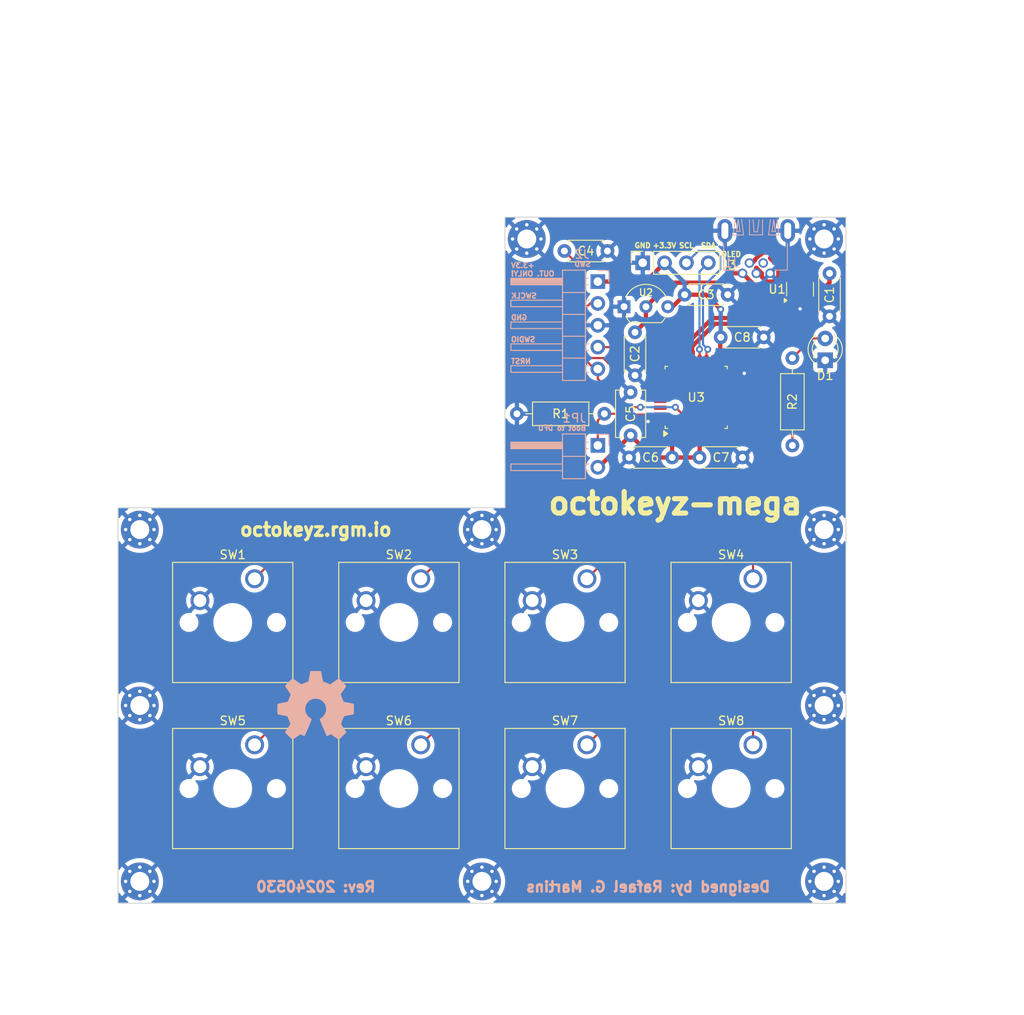
<source format=kicad_pcb>
(kicad_pcb (version 20241229) (generator "pcbnew") (generator_version "9.0")
  (title_block (title "octokeyz-mega") (date "2024-05-30") (rev "20240530") (comment 3 "Released under CERN Open Hardware Licence Version 2 - Strongly Reciprocal") (comment 4 "Designed by: Rafael G. Martins"))
  (layers (0 "F.Cu" signal) (2 "B.Cu" signal) (13 "F.Paste" user) (15 "B.Paste" user) (5 "F.SilkS" user "F.Silkscreen") (7 "B.SilkS" user "B.Silkscreen") (1 "F.Mask" user) (3 "B.Mask" user) (25 "Edge.Cuts" user))
  (net 0 "")
  (net 1 "GND")
  (net 2 "+3.3V")
  (net 3 "RESET")
  (net 4 "+5V")
  (net 5 "SWCLK")
  (net 6 "SWDIO")
  (net 7 "/USB_CONN_D-")
  (net 8 "/USB_CONN_D+")
  (net 10 "I2C_SCL")
  (net 11 "I2C_SDA")
  (net 12 "Net-(JP1-A)")
  (net 13 "KEY1")
  (net 14 "KEY2")
  (net 15 "KEY3")
  (net 16 "KEY4")
  (net 17 "KEY5")
  (net 18 "KEY6")
  (net 19 "KEY7")
  (net 20 "KEY8")
  (net 23 "LED")
  (net 26 "USB_D-")
  (net 27 "USB_D+")
  (net 34 "Net-(D1-A)")
  (footprint "LED_THT:LED_D3.0mm" (layer "F.Cu") (at 191.643 76.586 90)
    (property "Reference" "D1")
    (property "Value" "LED Green 3mm")
  )
  (footprint "octokeyz:R_YAGEO_MFR-25FTE52_Horizontal" (layer "F.Cu") (at 187.833 86.487 90)
    (property "Reference" "R2")
    (property "Value" "10k")
  )
  (footprint "octokeyz:SW_Cherry_MX_1.00u_PCB" (layer "F.Cu") (at 144.653 121.285)
    (property "Reference" "SW6")
    (property "Value" "Gateron KS-3")
  )
  (footprint "MountingHole:MountingHole_2.2mm_M2_Pad_Via" (layer "F.Cu") (at 191.516 116.713)
    (property "Reference" "H7" (hide yes))
    (property "Value" "MountingHole_Pad")
  )
  (footprint "octokeyz:SW_Cherry_MX_1.00u_PCB" (layer "F.Cu") (at 183.261 121.285)
    (property "Reference" "SW8")
    (property "Value" "Gateron KS-3")
  )
  (footprint "octokeyz:SW_Cherry_MX_1.00u_PCB" (layer "F.Cu") (at 125.349 101.981)
    (property "Reference" "SW1")
    (property "Value" "Gateron KS-3")
  )
  (footprint "octokeyz:SW_Cherry_MX_1.00u_PCB" (layer "F.Cu") (at 163.957 121.285)
    (property "Reference" "SW7")
    (property "Value" "Gateron KS-3")
  )
  (footprint "MountingHole:MountingHole_2.2mm_M2_Pad_Via" (layer "F.Cu") (at 191.516 96.266)
    (property "Reference" "H5" (hide yes))
    (property "Value" "MountingHole_Pad")
  )
  (footprint "octokeyz:C_TDK_FA28" (layer "F.Cu") (at 166.3446 63.881 180)
    (property "Reference" "C4")
    (property "Value" "100n")
  )
  (footprint "octokeyz:R_YAGEO_MFR-25FTE52_Horizontal" (layer "F.Cu") (at 165.989 82.804 180)
    (property "Reference" "R1")
    (property "Value" "10k")
  )
  (footprint "octokeyz:C_TDK_FA28" (layer "F.Cu") (at 180.3146 68.961 180)
    (property "Reference" "C3")
    (property "Value" "1u")
  )
  (footprint "octokeyz:SW_Cherry_MX_1.00u_PCB" (layer "F.Cu") (at 163.957 101.981)
    (property "Reference" "SW3")
    (property "Value" "Gateron KS-3")
  )
  (footprint "Connector_PinSocket_2.54mm:PinSocket_1x04_P2.54mm_Vertical" (layer "F.Cu") (at 170.444 65.253 90)
    (property "Reference" "J3")
    (property "Value" "PIN S 4P")
  )
  (footprint "octokeyz:C_TDK_FA28" (layer "F.Cu") (at 182.038 87.884 180)
    (property "Reference" "C7")
    (property "Value" "100n")
  )
  (footprint "MountingHole:MountingHole_2.2mm_M2_Pad_Via" (layer "F.Cu") (at 191.516 137.16)
    (property "Reference" "H10" (hide yes))
    (property "Value" "MountingHole_Pad")
  )
  (footprint "octokeyz:C_TDK_FA26" (layer "F.Cu") (at 169.037 80.304 -90)
    (property "Reference" "C5")
    (property "Value" "10u")
  )
  (footprint "octokeyz:SW_Cherry_MX_1.00u_PCB" (layer "F.Cu") (at 125.349 121.285)
    (property "Reference" "SW5")
    (property "Value" "Gateron KS-3")
  )
  (footprint "octokeyz:C_TDK_FA28" (layer "F.Cu") (at 184.5056 73.914 180)
    (property "Reference" "C8")
    (property "Value" "100n")
  )
  (footprint "octokeyz:SW_Cherry_MX_1.00u_PCB" (layer "F.Cu") (at 144.653 101.981)
    (property "Reference" "SW2")
    (property "Value" "Gateron KS-3")
  )
  (footprint "MountingHole:MountingHole_2.2mm_M2_Pad_Via" (layer "F.Cu") (at 151.765 137.16)
    (property "Reference" "H9" (hide yes))
    (property "Value" "MountingHole_Pad")
  )
  (footprint "MountingHole:MountingHole_2.2mm_M2_Pad_Via" (layer "F.Cu") (at 112.014 137.16)
    (property "Reference" "H8" (hide yes))
    (property "Value" "MountingHole_Pad")
  )
  (footprint "octokeyz:C_TDK_FA28" (layer "F.Cu") (at 169.545 78.3336 90)
    (property "Reference" "C2")
    (property "Value" "1u")
  )
  (footprint "MountingHole:MountingHole_2.2mm_M2_Pad_Via" (layer "F.Cu") (at 112.014 116.713)
    (property "Reference" "H6" (hide yes))
    (property "Value" "MountingHole_Pad")
  )
  (footprint "MountingHole:MountingHole_2.2mm_M2_Pad_Via" (layer "F.Cu") (at 151.765 96.266)
    (property "Reference" "H4" (hide yes))
    (property "Value" "MountingHole_Pad")
  )
  (footprint "Package_QFP:LQFP-32_7x7mm_P0.8mm" (layer "F.Cu") (at 176.657 80.899 90)
    (property "Reference" "U3")
    (property "Value" "STM32F042K4T6 or STM32F042K6T6")
  )
  (footprint "MountingHole:MountingHole_2.2mm_M2_Pad_Via" (layer "F.Cu") (at 112.014 96.266)
    (property "Reference" "H3" (hide yes))
    (property "Value" "MountingHole_Pad")
  )
  (footprint "Package_TO_SOT_THT:TO-92_Inline_Wide" (layer "F.Cu") (at 168.275 70.358)
    (property "Reference" "U2")
    (property "Value" "MCP1700-3302E")
  )
  (footprint "octokeyz:C_TDK_FA28" (layer "F.Cu") (at 192.151 71.4756 90)
    (property "Reference" "C1")
    (property "Value" "100n")
  )
  (footprint "MountingHole:MountingHole_2.2mm_M2_Pad_Via" (layer "F.Cu") (at 156.972 62.484)
    (property "Reference" "H1" (hide yes))
    (property "Value" "MountingHole_Pad")
  )
  (footprint "MountingHole:MountingHole_2.2mm_M2_Pad_Via" (layer "F.Cu") (at 191.516 62.484)
    (property "Reference" "H2" (hide yes))
    (property "Value" "MountingHole_Pad")
  )
  (footprint "octokeyz:SW_Cherry_MX_1.00u_PCB" (layer "F.Cu") (at 183.261 101.981)
    (property "Reference" "SW4")
    (property "Value" "Gateron KS-3")
  )
  (footprint "Package_TO_SOT_SMD:SOT-23-6" (layer "F.Cu") (at 188.722 68.326 90)
    (property "Reference" "U1")
    (property "Value" "USBLC6-2SC6")
  )
  (footprint "octokeyz:C_TDK_FA28" (layer "F.Cu") (at 168.863 87.884)
    (property "Reference" "C6")
    (property "Value" "100n")
  )
  (footprint "Connector_PinHeader_2.54mm:PinHeader_1x05_P2.54mm_Horizontal" (layer "B.Cu") (at 165.227 67.437 180)
    (property "Reference" "J2")
    (property "Value" "PIN H 5P")
  )
  (footprint "Symbol:OSHW-Symbol_8.9x8mm_SilkScreen" (layer "B.Cu") (at 132.461 116.713 180)
    (property "Reference" "REF**" (hide yes))
    (property "Value" "OSHW-Symbol_8.9x8mm_SilkScreen" (hide yes))
  )
  (footprint "Connector_PinHeader_2.54mm:PinHeader_1x02_P2.54mm_Horizontal" (layer "B.Cu") (at 165.227 86.482 180)
    (property "Reference" "JP1")
    (property "Value" "BOOT")
  )
  (footprint "octokeyz:USB_Mini-B_PTH" (layer "B.Cu") (at 182.042 66.476)
    (property "Reference" "J1")
    (property "Value" "USB_B_Mini" (hide yes))
  )
  (gr_line (start 154.432 59.944) (end 154.432 93.726) (stroke (width 0.1)) (layer "Edge.Cuts"))
  (gr_line (start 109.474 139.7) (end 194.056 139.7) (stroke (width 0.1)) (layer "Edge.Cuts"))
  (gr_line (start 109.474 93.726) (end 154.432 93.726) (stroke (width 0.1)) (layer "Edge.Cuts"))
  (gr_line (start 194.056 139.7) (end 194.056 59.944) (stroke (width 0.1)) (layer "Edge.Cuts"))
  (gr_line (start 194.056 59.944) (end 154.432 59.944) (stroke (width 0.1)) (layer "Edge.Cuts"))
  (gr_line (start 109.474 93.726) (end 109.474 139.7) (stroke (width 0.1)) (layer "Edge.Cuts"))
  (gr_text "OLED" (at 180.721 64.262 0) (layer "F.SilkS") (effects (font (size 0.6 0.6))))
  (gr_text "SCL" (at 175.514 63.246 0) (layer "F.SilkS") (effects (font (size 0.6 0.6))))
  (gr_text "GND" (at 170.434 63.246 0) (layer "F.SilkS") (effects (font (size 0.6 0.6))))
  (gr_text "octokeyz.rgm.io" (at 132.461 96.266 0) (layer "F.SilkS") (effects (font (size 1.5 1.5) (thickness 0.375) (bold yes))))
  (gr_text "octokeyz-mega" (at 174.244 93.218 0) (layer "F.SilkS") (effects (font (size 2.5 2.5) (thickness 0.6) (bold yes))))
  (gr_text "+3.3V" (at 172.974 63.246 0) (layer "F.SilkS") (effects (font (size 0.6 0.6))))
  (gr_text "SDA" (at 178.054 63.246 0) (layer "F.SilkS") (effects (font (size 0.6 0.6))))
  (gr_text "Boot to DFU" (at 163.957 84.455 0) (layer "B.SilkS") (effects (font (size 0.6 0.6)) (justify left mirror)))
  (gr_text "SWCLK" (at 155.067 69.088 0) (layer "B.SilkS") (effects (font (size 0.6 0.6)) (justify right mirror)))
  (gr_text "SWDIO" (at 155.067 74.168 0) (layer "B.SilkS") (effects (font (size 0.6 0.6)) (justify right mirror)))
  (gr_text "+3.3V\nOUT. ONLY!" (at 155.067 66.04 0) (layer "B.SilkS") (effects (font (size 0.6 0.6)) (justify right mirror)))
  (gr_text "Rev: ${REVISION}" (at 132.461 137.795 0) (layer "B.SilkS") (effects (font (size 1.2 1.2) (thickness 0.3) (bold yes)) (justify mirror)))
  (gr_text "${COMMENT4}" (at 171.069 137.795 0) (layer "B.SilkS") (effects (font (size 1.2 1.2) (thickness 0.3) (bold yes)) (justify mirror)))
  (gr_text "SWD" (at 162.433 65.405 0) (layer "B.SilkS") (effects (font (size 0.6 0.6)) (justify right mirror)))
  (gr_text "NRST" (at 155.067 76.708 0) (layer "B.SilkS") (effects (font (size 0.6 0.6)) (justify right mirror)))
  (gr_text "GND" (at 155.067 71.628 0) (layer "B.SilkS") (effects (font (size 0.6 0.6)) (justify right mirror)))
  (segment (start 182.239 78.099) (end 182.245 78.105) (width 0.5) (layer "F.Cu") (net 1))
  (segment (start 180.832 78.099) (end 182.239 78.099) (width 0.5) (layer "F.Cu") (net 1))
  (segment (start 171.069 83.699) (end 172.482 83.699) (width 0.5) (layer "F.Cu") (net 1))
  (segment (start 188.722 69.4635) (end 188.722 70.612) (width 0.5) (layer "F.Cu") (net 1))
  (via (at 188.722 70.612) (size 0.8) (drill 0.4) (layers "F.Cu" "B.Cu") (net 1))
  (via (at 171.069 83.699) (size 0.8) (drill 0.4) (layers "F.Cu" "B.Cu") (net 1))
  (via (at 182.245 78.105) (size 0.8) (drill 0.4) (layers "F.Cu" "B.Cu") (net 1))
  (segment (start 173.355 70.358) (end 173.9176 70.358) (width 0.5) (layer "F.Cu") (net 2))
  (segment (start 179.457 76.724) (end 179.457 81.401) (width 0.5) (layer "F.Cu") (net 2))
  (segment (start 175.3146 68.961) (end 177.8 68.961) (width 0.5) (layer "F.Cu") (net 2))
  (segment (start 177.057 87.865) (end 177.038 87.884) (width 0.5) (layer "F.Cu") (net 2))
  (segment (start 177.057 83.801) (end 177.057 85.074) (width 0.5) (layer "F.Cu") (net 2))
  (segment (start 179.457 76.724) (end 179.457 73.9626) (width 0.5) (layer "F.Cu") (net 2))
  (segment (start 179.457 81.401) (end 177.057 83.801) (width 0.5) (layer "F.Cu") (net 2))
  (segment (start 173.9176 70.358) (end 175.3146 68.961) (width 0.5) (layer "F.Cu") (net 2))
  (segment (start 173.857 87.878) (end 173.863 87.884) (width 0.5) (layer "F.Cu") (net 2))
  (segment (start 172.984 65.253) (end 170.8 67.437) (width 0.5) (layer "F.Cu") (net 2))
  (segment (start 177.8 68.961) (end 179.5056 70.6666) (width 0.5) (layer "F.Cu") (net 2))
  (segment (start 177.038 87.884) (end 173.863 87.884) (width 0.5) (layer "F.Cu") (net 2))
  (segment (start 177.057 85.074) (end 177.057 87.865) (width 0.5) (layer "F.Cu") (net 2))
  (segment (start 170.8 67.437) (end 165.227 67.437) (width 0.5) (layer "F.Cu") (net 2))
  (segment (start 165.319 89.022) (end 165.227 89.022) (width 0.5) (layer "F.Cu") (net 2))
  (segment (start 173.857 85.074) (end 173.857 87.878) (width 0.5) (layer "F.Cu") (net 2))
  (segment (start 173.863 87.884) (end 171.617 87.884) (width 0.5) (layer "F.Cu") (net 2))
  (segment (start 171.617 87.884) (end 169.037 85.304) (width 0.5) (layer "F.Cu") (net 2))
  (segment (start 179.457 73.9626) (end 179.5056 73.914) (width 0.5) (layer "F.Cu") (net 2))
  (segment (start 169.037 85.304) (end 165.319 89.022) (width 0.5) (layer "F.Cu") (net 2))
  (via (at 179.5056 70.6666) (size 0.8) (drill 0.4) (layers "F.Cu" "B.Cu") (net 2))
  (segment (start 175.3146 68.961) (end 175.3146 67.5836) (width 0.5) (layer "B.Cu") (net 2))
  (segment (start 175.3146 67.5836) (end 172.984 65.253) (width 0.5) (layer "B.Cu") (net 2))
  (segment (start 179.5056 70.6666) (end 179.5056 73.914) (width 0.5) (layer "B.Cu") (net 2))
  (segment (start 163.165999 75.916999) (end 163.165999 65.702399) (width 0.25) (layer "F.Cu") (net 3))
  (segment (start 165.227 77.597) (end 164.846 77.597) (width 0.25) (layer "F.Cu") (net 3))
  (segment (start 176.257 85.074) (end 176.257 84.055) (width 0.25) (layer "F.Cu") (net 3))
  (segment (start 165.227 78.232) (end 164.901172 78.232) (width 0.25) (layer "F.Cu") (net 3))
  (segment (start 164.846 77.597) (end 163.165999 75.916999) (width 0.25) (layer "F.Cu") (net 3))
  (segment (start 165.227 78.232) (end 165.227 77.597) (width 0.25) (layer "F.Cu") (net 3))
  (segment (start 176.257 84.055) (end 174.244 82.042) (width 0.25) (layer "F.Cu") (net 3))
  (segment (start 170.18 82.042) (end 168.529 82.042) (width 0.25) (layer "F.Cu") (net 3))
  (segment (start 168.529 82.042) (end 165.227 78.74) (width 0.25) (layer "F.Cu") (net 3))
  (segment (start 165.227 78.74) (end 165.227 78.232) (width 0.25) (layer "F.Cu") (net 3))
  (segment (start 163.165999 65.702399) (end 161.3446 63.881) (width 0.25) (layer "F.Cu") (net 3))
  (via (at 174.244 82.042) (size 0.8) (drill 0.4) (layers "F.Cu" "B.Cu") (net 3))
  (via (at 170.18 82.042) (size 0.8) (drill 0.4) (layers "F.Cu" "B.Cu") (net 3))
  (segment (start 174.244 82.042) (end 170.18 82.042) (width 0.25) (layer "B.Cu") (net 3))
  (segment (start 170.815 70.358) (end 170.815 72.0636) (width 0.5) (layer "F.Cu") (net 4))
  (segment (start 179.451 67.564) (end 173.609 67.564) (width 0.5) (layer "F.Cu") (net 4))
  (segment (start 183.892 68.326) (end 182.042 66.476) (width 0.5) (layer "F.Cu") (net 4))
  (segment (start 188.722 67.850999) (end 188.246999 68.326) (width 0.5) (layer "F.Cu") (net 4))
  (segment (start 191.389 68.326) (end 192.151 67.564) (width 0.5) (layer "F.Cu") (net 4))
  (segment (start 192.151 67.564) (end 192.151 66.4756) (width 0.5) (layer "F.Cu") (net 4))
  (segment (start 189.23 68.326) (end 191.389 68.326) (width 0.5) (layer "F.Cu") (net 4))
  (segment (start 170.815 72.0636) (end 169.545 73.3336) (width 0.5) (layer "F.Cu") (net 4))
  (segment (start 188.246999 68.326) (end 183.892 68.326) (width 0.5) (layer "F.Cu") (net 4))
  (segment (start 180.539 66.476) (end 179.451 67.564) (width 0.5) (layer "F.Cu") (net 4))
  (segment (start 188.722 67.1885) (end 188.722 67.818) (width 0.5) (layer "F.Cu") (net 4))
  (segment (start 188.722 67.1885) (end 188.722 67.850999) (width 0.5) (layer "F.Cu") (net 4))
  (segment (start 173.609 67.564) (end 170.815 70.358) (width 0.5) (layer "F.Cu") (net 4))
  (segment (start 182.042 66.476) (end 180.539 66.476) (width 0.5) (layer "F.Cu") (net 4))
  (segment (start 188.722 67.818) (end 189.23 68.326) (width 0.5) (layer "F.Cu") (net 4))
  (segment (start 167.894 76.962) (end 166.497 76.962) (width 0.25) (layer "F.Cu") (net 5))
  (segment (start 163.576 70.739) (end 164.338 69.977) (width 0.25) (layer "F.Cu") (net 5))
  (segment (start 165.862 76.327) (end 164.155828 76.327) (width 0.25) (layer "F.Cu") (net 5))
  (segment (start 169.545 75.311) (end 167.894 76.962) (width 0.25) (layer "F.Cu") (net 5))
  (segment (start 173.609 75.311) (end 169.545 75.311) (width 0.25) (layer "F.Cu") (net 5))
  (segment (start 164.338 69.977) (end 165.227 69.977) (width 0.25) (layer "F.Cu") (net 5))
  (segment (start 173.857 75.559) (end 173.609 75.311) (width 0.25) (layer "F.Cu") (net 5))
  (segment (start 166.497 76.962) (end 165.862 76.327) (width 0.25) (layer "F.Cu") (net 5))
  (segment (start 163.576 75.747172) (end 163.576 70.739) (width 0.25) (layer "F.Cu") (net 5))
  (segment (start 164.155828 76.327) (end 163.576 75.747172) (width 0.25) (layer "F.Cu") (net 5))
  (segment (start 173.857 76.724) (end 173.857 75.559) (width 0.25) (layer "F.Cu") (net 5))
  (segment (start 169.219172 75.057) (end 165.227 75.057) (width 0.25) (layer "F.Cu") (net 6))
  (segment (start 174.657 76.724) (end 174.657 75.779172) (width 0.25) (layer "F.Cu") (net 6))
  (segment (start 173.778828 74.901) (end 169.375172 74.901) (width 0.25) (layer "F.Cu") (net 6))
  (segment (start 169.375172 74.901) (end 169.219172 75.057) (width 0.25) (layer "F.Cu") (net 6))
  (segment (start 174.657 75.779172) (end 173.778828 74.901) (width 0.25) (layer "F.Cu") (net 6))
  (segment (start 187.969692 64.059) (end 189.052 65.141308) (width 0.5) (layer "F.Cu") (net 7))
  (segment (start 184.044354 64.316) (end 184.135309 64.316) (width 0.5) (layer "F.Cu") (net 7))
  (segment (start 189.052 65.574749) (end 189.672 66.194749) (width 0.5) (layer "F.Cu") (net 7))
  (segment (start 189.672 66.194749) (end 189.672 67.1885) (width 0.5) (layer "F.Cu") (net 7))
  (segment (start 183.482 64.969309) (end 183.482 64.878354) (width 0.5) (layer "F.Cu") (net 7))
  (segment (start 183.175309 65.276) (end 183.482 64.969309) (width 0.5) (layer "F.Cu") (net 7))
  (segment (start 182.842 65.276) (end 183.175309 65.276) (width 0.5) (layer "F.Cu") (net 7))
  (segment (start 184.392309 64.059) (end 187.969692 64.059) (width 0.5) (layer "F.Cu") (net 7))
  (segment (start 184.135309 64.316) (end 184.392309 64.059) (width 0.5) (layer "F.Cu") (net 7))
  (segment (start 183.482 64.878354) (end 184.044354 64.316) (width 0.5) (layer "F.Cu") (net 7))
  (segment (start 189.052 65.141308) (end 189.052 65.574749) (width 0.5) (layer "F.Cu") (net 7))
  (segment (start 184.282 66.873646) (end 184.844354 67.436) (width 0.5) (layer "F.Cu") (net 8))
  (segment (start 184.844354 67.436) (end 185.639646 67.436) (width 0.5) (layer "F.Cu") (net 8))
  (segment (start 188.392 65.414692) (end 188.392 65.574749) (width 0.5) (layer "F.Cu") (net 8))
  (segment (start 186.202 65.678354) (end 185.242646 64.719) (width 0.5) (layer "F.Cu") (net 8))
  (segment (start 187.772 66.194749) (end 187.772 67.1885) (width 0.5) (layer "F.Cu") (net 8))
  (segment (start 186.202 66.873646) (end 186.202 65.678354) (width 0.5) (layer "F.Cu") (net 8))
  (segment (start 187.696308 64.719) (end 188.392 65.414692) (width 0.5) (layer "F.Cu") (net 8))
  (segment (start 183.642 66.476) (end 183.642 65.833646) (width 0.5) (layer "F.Cu") (net 8))
  (segment (start 185.242646 64.719) (end 187.696308 64.719) (width 0.5) (layer "F.Cu") (net 8))
  (segment (start 188.392 65.574749) (end 187.772 66.194749) (width 0.5) (layer "F.Cu") (net 8))
  (segment (start 185.639646 67.436) (end 186.202 66.873646) (width 0.5) (layer "F.Cu") (net 8))
  (segment (start 183.642 65.833646) (end 184.282 66.473646) (width 0.5) (layer "F.Cu") (net 8))
  (segment (start 184.282 66.473646) (end 184.282 66.873646) (width 0.5) (layer "F.Cu") (net 8))
  (segment (start 177.857 75.452003) (end 177.998003 75.311) (width 0.25) (layer "F.Cu") (net 10))
  (segment (start 177.857 76.724) (end 177.857 75.452003) (width 0.25) (layer "F.Cu") (net 10))
  (via (at 177.998003 75.311) (size 0.8) (drill 0.4) (layers "F.Cu" "B.Cu") (net 10))
  (segment (start 177.998003 75.302266) (end 177.448 74.752263) (width 0.25) (layer "B.Cu") (net 10))
  (segment (start 178.816 63.881) (end 176.896 63.881) (width 0.25) (layer "B.Cu") (net 10))
  (segment (start 179.451 66.04) (end 179.451 64.516) (width 0.25) (layer "B.Cu") (net 10))
  (segment (start 177.448 74.752263) (end 177.448 68.043) (width 0.25) (layer "B.Cu") (net 10))
  (segment (start 176.896 63.881) (end 175.524 65.253) (width 0.25) (layer "B.Cu") (net 10))
  (segment (start 177.998003 75.311) (end 177.998003 75.302266) (width 0.25) (layer "B.Cu") (net 10))
  (segment (start 179.451 64.516) (end 178.816 63.881) (width 0.25) (layer "B.Cu") (net 10))
  (segment (start 177.448 68.043) (end 179.451 66.04) (width 0.25) (layer "B.Cu") (net 10))
  (segment (start 177.057 76.724) (end 177.057 75.33) (width 0.25) (layer "F.Cu") (net 11))
  (segment (start 177.057 75.33) (end 177.038 75.311) (width 0.25) (layer "F.Cu") (net 11))
  (via (at 177.038 75.311) (size 0.8) (drill 0.4) (layers "F.Cu" "B.Cu") (net 11))
  (segment (start 177.038 66.279) (end 178.064 65.253) (width 0.25) (layer "B.Cu") (net 11))
  (segment (start 177.038 75.311) (end 177.038 66.279) (width 0.25) (layer "B.Cu") (net 11))
  (segment (start 165.227 86.482) (end 165.227 83.566) (width 0.25) (layer "F.Cu") (net 12))
  (segment (start 168.497 82.899) (end 168.402 82.804) (width 0.25) (layer "F.Cu") (net 12))
  (segment (start 172.482 82.899) (end 168.497 82.899) (width 0.25) (layer "F.Cu") (net 12))
  (segment (start 168.402 82.804) (end 165.989 82.804) (width 0.25) (layer "F.Cu") (net 12))
  (segment (start 165.227 83.566) (end 165.989 82.804) (width 0.25) (layer "F.Cu") (net 12))
  (segment (start 177.857 85.074) (end 177.857 85.974828) (width 0.25) (layer "F.Cu") (net 13))
  (segment (start 179.139 90.736) (end 170.336 99.539) (width 0.25) (layer "F.Cu") (net 13))
  (segment (start 170.336 99.539) (end 127.791 99.539) (width 0.25) (layer "F.Cu") (net 13))
  (segment (start 127.791 99.539) (end 125.349 101.981) (width 0.25) (layer "F.Cu") (net 13))
  (segment (start 177.857 85.974828) (end 179.139 87.256828) (width 0.25) (layer "F.Cu") (net 13))
  (segment (start 179.139 87.256828) (end 179.139 90.736) (width 0.25) (layer "F.Cu") (net 13))
  (segment (start 179.549 90.905828) (end 170.505828 99.949) (width 0.25) (layer "F.Cu") (net 14))
  (segment (start 178.657 86.195) (end 179.549 87.087) (width 0.25) (layer "F.Cu") (net 14))
  (segment (start 178.657 85.074) (end 178.657 86.195) (width 0.25) (layer "F.Cu") (net 14))
  (segment (start 146.685 99.949) (end 144.653 101.981) (width 0.25) (layer "F.Cu") (net 14))
  (segment (start 179.549 87.087) (end 179.549 90.905828) (width 0.25) (layer "F.Cu") (net 14))
  (segment (start 170.505828 99.949) (end 146.685 99.949) (width 0.25) (layer "F.Cu") (net 14))
  (segment (start 179.959 91.075656) (end 170.675656 100.359) (width 0.25) (layer "F.Cu") (net 15))
  (segment (start 170.675656 100.359) (end 165.579 100.359) (width 0.25) (layer "F.Cu") (net 15))
  (segment (start 179.457 86.415172) (end 179.959 86.917172) (width 0.25) (layer "F.Cu") (net 15))
  (segment (start 179.959 86.917172) (end 179.959 91.075656) (width 0.25) (layer "F.Cu") (net 15))
  (segment (start 165.579 100.359) (end 163.957 101.981) (width 0.25) (layer "F.Cu") (net 15))
  (segment (start 179.457 85.074) (end 179.457 86.415172) (width 0.25) (layer "F.Cu") (net 15))
  (segment (start 183.405 83.699) (end 183.907 84.201) (width 0.25) (layer "F.Cu") (net 16))
  (segment (start 183.907 84.201) (end 183.907 98.287) (width 0.25) (layer "F.Cu") (net 16))
  (segment (start 180.832 83.699) (end 183.405 83.699) (width 0.25) (layer "F.Cu") (net 16))
  (segment (start 183.261 98.933) (end 183.261 101.981) (width 0.25) (layer "F.Cu") (net 16))
  (segment (start 183.907 98.287) (end 183.261 98.933) (width 0.25) (layer "F.Cu") (net 16))
  (segment (start 184.023 115.189) (end 131.445 115.189) (width 0.25) (layer "F.Cu") (net 17))
  (segment (start 131.445 115.189) (end 125.349 121.285) (width 0.25) (layer "F.Cu") (net 17))
  (segment (start 184.317 98.211) (end 188.087 101.981) (width 0.25) (layer "F.Cu") (net 17))
  (segment (start 188.087 111.125) (end 184.023 115.189) (width 0.25) (layer "F.Cu") (net 17))
  (segment (start 188.087 101.981) (end 188.087 111.125) (width 0.25) (layer "F.Cu") (net 17))
  (segment (start 180.832 82.899) (end 183.184828 82.899) (width 0.25) (layer "F.Cu") (net 17))
  (segment (start 183.184828 82.899) (end 184.317 84.031172) (width 0.25) (layer "F.Cu") (net 17))
  (segment (start 184.317 84.031172) (end 184.317 98.211) (width 0.25) (layer "F.Cu") (net 17))
  (segment (start 184.727 83.861344) (end 184.727 98.041172) (width 0.25) (layer "F.Cu") (net 18))
  (segment (start 188.497 111.294828) (end 184.192827 115.599001) (width 0.25) (layer "F.Cu") (net 18))
  (segment (start 180.832 82.099) (end 182.964656 82.099) (width 0.25) (layer "F.Cu") (net 18))
  (segment (start 182.964656 82.099) (end 184.727 83.861344) (width 0.25) (layer "F.Cu") (net 18))
  (segment (start 150.338999 115.599001) (end 144.653 121.285) (width 0.25) (layer "F.Cu") (net 18))
  (segment (start 184.192827 115.599001) (end 150.338999 115.599001) (width 0.25) (layer "F.Cu") (net 18))
  (segment (start 188.497 101.811172) (end 188.497 111.294828) (width 0.25) (layer "F.Cu") (net 18))
  (segment (start 184.727 98.041172) (end 188.497 101.811172) (width 0.25) (layer "F.Cu") (net 18))
  (segment (start 185.137 83.691516) (end 185.137 97.871344) (width 0.25) (layer "F.Cu") (net 19))
  (segment (start 181.229 116.078) (end 181.160001 116.009001) (width 0.25) (layer "F.Cu") (net 19))
  (segment (start 188.907 111.464656) (end 184.293656 116.078) (width 0.25) (layer "F.Cu") (net 19))
  (segment (start 184.293656 116.078) (end 181.229 116.078) (width 0.25) (layer "F.Cu") (net 19))
  (segment (start 185.137 97.871344) (end 188.907 101.641344) (width 0.25) (layer "F.Cu") (net 19))
  (segment (start 182.744484 81.299) (end 185.137 83.691516) (width 0.25) (layer "F.Cu") (net 19))
  (segment (start 188.907 101.641344) (end 188.907 111.464656) (width 0.25) (layer "F.Cu") (net 19))
  (segment (start 180.832 81.299) (end 182.744484 81.299) (width 0.25) (layer "F.Cu") (net 19))
  (segment (start 181.160001 116.009001) (end 169.232999 116.009001) (width 0.25) (layer "F.Cu") (net 19))
  (segment (start 169.232999 116.009001) (end 163.957 121.285) (width 0.25) (layer "F.Cu") (net 19))
  (segment (start 180.832 80.499) (end 182.524312 80.499) (width 0.25) (layer "F.Cu") (net 20))
  (segment (start 185.547 97.701516) (end 189.317 101.471516) (width 0.25) (layer "F.Cu") (net 20))
  (segment (start 182.524312 80.499) (end 185.547 83.521688) (width 0.25) (layer "F.Cu") (net 20))
  (segment (start 189.317 101.471516) (end 189.317 111.634484) (width 0.25) (layer "F.Cu") (net 20))
  (segment (start 189.317 111.634484) (end 183.261 117.690484) (width 0.25) (layer "F.Cu") (net 20))
  (segment (start 183.261 117.690484) (end 183.261 121.285) (width 0.25) (layer "F.Cu") (net 20))
  (segment (start 185.547 83.521688) (end 185.547 97.701516) (width 0.25) (layer "F.Cu") (net 20))
  (segment (start 180.832 79.699) (end 182.245 79.699) (width 0.25) (layer "F.Cu") (net 23))
  (segment (start 182.30414 79.699) (end 182.245 79.699) (width 0.25) (layer "F.Cu") (net 23))
  (segment (start 187.833 85.22786) (end 182.30414 79.699) (width 0.25) (layer "F.Cu") (net 23))
  (segment (start 187.833 86.487) (end 187.833 85.22786) (width 0.25) (layer "F.Cu") (net 23))
  (segment (start 189.672 70.457251) (end 189.672 69.4635) (width 0.5) (layer "F.Cu") (net 26))
  (segment (start 189.532 70.947513) (end 189.532 70.597251) (width 0.5) (layer "F.Cu") (net 26))
  (segment (start 176.187 75.528999) (end 176.187 74.977692) (width 0.5) (layer "F.Cu") (net 26))
  (segment (start 189.532 70.597251) (end 189.672 70.457251) (width 0.5) (layer "F.Cu") (net 26))
  (segment (start 188.162061 73.101) (end 189.052 72.211061) (width 0.5) (layer "F.Cu") (net 26))
  (segment (start 178.825692 72.339) (end 185.664308 72.339) (width 0.5) (layer "F.Cu") (net 26))
  (segment (start 176.187 74.977692) (end 178.825692 72.339) (width 0.5) (layer "F.Cu") (net 26))
  (segment (start 186.426308 73.101) (end 188.162061 73.101) (width 0.5) (layer "F.Cu") (net 26))
  (segment (start 189.052 71.427513) (end 189.532 70.947513) (width 0.5) (layer "F.Cu") (net 26))
  (segment (start 185.664308 72.339) (end 186.426308 73.101) (width 0.5) (layer "F.Cu") (net 26))
  (segment (start 176.257 75.598999) (end 176.187 75.528999) (width 0.5) (layer "F.Cu") (net 26))
  (segment (start 189.052 72.211061) (end 189.052 71.427513) (width 0.5) (layer "F.Cu") (net 26))
  (segment (start 176.257 76.724) (end 176.257 75.598999) (width 0.5) (layer "F.Cu") (net 26))
  (segment (start 187.888677 72.441) (end 188.392 71.937677) (width 0.5) (layer "F.Cu") (net 27))
  (segment (start 187.912 70.947513) (end 187.912 70.597251) (width 0.5) (layer "F.Cu") (net 27))
  (segment (start 186.699692 72.441) (end 187.888677 72.441) (width 0.5) (layer "F.Cu") (net 27))
  (segment (start 178.552308 71.679) (end 185.937692 71.679) (width 0.5) (layer "F.Cu") (net 27))
  (segment (start 175.457 76.724) (end 175.457 75.598999) (width 0.5) (layer "F.Cu") (net 27))
  (segment (start 175.527 75.528999) (end 175.527 74.704308) (width 0.5) (layer "F.Cu") (net 27))
  (segment (start 175.527 74.704308) (end 178.552308 71.679) (width 0.5) (layer "F.Cu") (net 27))
  (segment (start 188.392 71.427513) (end 187.912 70.947513) (width 0.5) (layer "F.Cu") (net 27))
  (segment (start 188.392 71.937677) (end 188.392 71.427513) (width 0.5) (layer "F.Cu") (net 27))
  (segment (start 185.937692 71.679) (end 186.699692 72.441) (width 0.5) (layer "F.Cu") (net 27))
  (segment (start 175.457 75.598999) (end 175.527 75.528999) (width 0.5) (layer "F.Cu") (net 27))
  (segment (start 187.772 70.457251) (end 187.772 69.4635) (width 0.5) (layer "F.Cu") (net 27))
  (segment (start 187.912 70.597251) (end 187.772 70.457251) (width 0.5) (layer "F.Cu") (net 27))
  (segment (start 191.643 74.046) (end 190.114 74.046) (width 0.25) (layer "F.Cu") (net 34))
  (segment (start 190.114 74.046) (end 189.9285 74.2315) (width 0.25) (layer "F.Cu") (net 34))
  (segment (start 189.9285 74.2315) (end 187.833 76.327) (width 0.25) (layer "F.Cu") (net 34))
  (zone (net 1) (net_name "GND") (layer "B.Cu") (connect_pads (clearance 0.5)) (min_thickness 0.25) (fill yes (thermal_gap 0.5) (thermal_bridge_width 0.5))
    (polygon (pts (xy 154.432 59.944) (xy 194.056 59.944) (xy 194.056 139.7) (xy 109.474 139.7) (xy 109.474 93.726) (xy 154.432 93.726)))
  )
)
</source>
